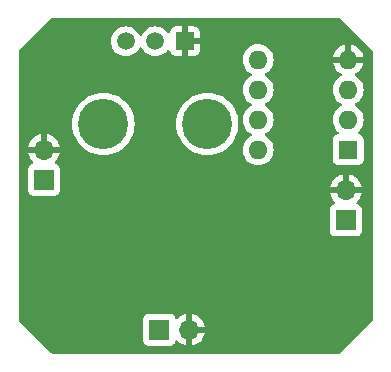
<source format=gbl>
G04 #@! TF.GenerationSoftware,KiCad,Pcbnew,8.0.5*
G04 #@! TF.CreationDate,2024-10-02T19:17:24-04:00*
G04 #@! TF.ProjectId,pcb_chip,7063625f-6368-4697-902e-6b696361645f,rev?*
G04 #@! TF.SameCoordinates,Original*
G04 #@! TF.FileFunction,Copper,L2,Bot*
G04 #@! TF.FilePolarity,Positive*
%FSLAX46Y46*%
G04 Gerber Fmt 4.6, Leading zero omitted, Abs format (unit mm)*
G04 Created by KiCad (PCBNEW 8.0.5) date 2024-10-02 19:17:24*
%MOMM*%
%LPD*%
G01*
G04 APERTURE LIST*
G04 #@! TA.AperFunction,ComponentPad*
%ADD10R,1.600000X1.600000*%
G04 #@! TD*
G04 #@! TA.AperFunction,ComponentPad*
%ADD11O,1.600000X1.600000*%
G04 #@! TD*
G04 #@! TA.AperFunction,ComponentPad*
%ADD12R,1.500000X1.500000*%
G04 #@! TD*
G04 #@! TA.AperFunction,ComponentPad*
%ADD13C,1.500000*%
G04 #@! TD*
G04 #@! TA.AperFunction,ComponentPad*
%ADD14C,4.260000*%
G04 #@! TD*
G04 #@! TA.AperFunction,ComponentPad*
%ADD15R,1.700000X1.700000*%
G04 #@! TD*
G04 #@! TA.AperFunction,ComponentPad*
%ADD16O,1.700000X1.700000*%
G04 #@! TD*
G04 #@! TA.AperFunction,ViaPad*
%ADD17C,1.600000*%
G04 #@! TD*
G04 APERTURE END LIST*
D10*
X141173200Y-90932000D03*
D11*
X141173200Y-88392000D03*
X141173200Y-85852000D03*
X141173200Y-83312000D03*
X133553200Y-83312000D03*
X133553200Y-85852000D03*
X133553200Y-88392000D03*
X133553200Y-90932000D03*
D12*
X127341000Y-81755000D03*
D13*
X124841000Y-81755000D03*
X122341000Y-81755000D03*
D14*
X129241000Y-88755000D03*
X120441000Y-88755000D03*
D15*
X115417600Y-93477000D03*
D16*
X115417600Y-90937000D03*
D15*
X140970000Y-96906000D03*
D16*
X140970000Y-94366000D03*
D15*
X125171200Y-106172000D03*
D16*
X127711200Y-106172000D03*
D17*
X115163600Y-99872800D03*
G04 #@! TA.AperFunction,Conductor*
G36*
X140477931Y-79776002D02*
G01*
X140498905Y-79792905D01*
X143219095Y-82513095D01*
X143253121Y-82575407D01*
X143256000Y-82602190D01*
X143256000Y-105357810D01*
X143235998Y-105425931D01*
X143219095Y-105446905D01*
X140498905Y-108167095D01*
X140436593Y-108201121D01*
X140409810Y-108204000D01*
X116130190Y-108204000D01*
X116062069Y-108183998D01*
X116041095Y-108167095D01*
X113320905Y-105446905D01*
X113286879Y-105384593D01*
X113284000Y-105357810D01*
X113284000Y-105273350D01*
X123812700Y-105273350D01*
X123812700Y-107070649D01*
X123819209Y-107131196D01*
X123819211Y-107131204D01*
X123870310Y-107268202D01*
X123870312Y-107268207D01*
X123957938Y-107385261D01*
X124074992Y-107472887D01*
X124074994Y-107472888D01*
X124074996Y-107472889D01*
X124128800Y-107492957D01*
X124211995Y-107523988D01*
X124212003Y-107523990D01*
X124272550Y-107530499D01*
X124272555Y-107530499D01*
X124272562Y-107530500D01*
X124272568Y-107530500D01*
X126069832Y-107530500D01*
X126069838Y-107530500D01*
X126069845Y-107530499D01*
X126069849Y-107530499D01*
X126130396Y-107523990D01*
X126130399Y-107523989D01*
X126130401Y-107523989D01*
X126267404Y-107472889D01*
X126384461Y-107385261D01*
X126472089Y-107268204D01*
X126516396Y-107149413D01*
X126558941Y-107092581D01*
X126625462Y-107067770D01*
X126694836Y-107082862D01*
X126727152Y-107108112D01*
X126788297Y-107174534D01*
X126965898Y-107312767D01*
X126965899Y-107312768D01*
X127163828Y-107419882D01*
X127163830Y-107419883D01*
X127376683Y-107492955D01*
X127376692Y-107492957D01*
X127457200Y-107506391D01*
X127457200Y-106602702D01*
X127518207Y-106637925D01*
X127645374Y-106672000D01*
X127777026Y-106672000D01*
X127904193Y-106637925D01*
X127965200Y-106602702D01*
X127965200Y-107506390D01*
X128045707Y-107492957D01*
X128045716Y-107492955D01*
X128258569Y-107419883D01*
X128258571Y-107419882D01*
X128456500Y-107312768D01*
X128456501Y-107312767D01*
X128634102Y-107174534D01*
X128786525Y-107008958D01*
X128909619Y-106820548D01*
X129000020Y-106614456D01*
X129000023Y-106614449D01*
X129047744Y-106426000D01*
X128141903Y-106426000D01*
X128177125Y-106364993D01*
X128211200Y-106237826D01*
X128211200Y-106106174D01*
X128177125Y-105979007D01*
X128141903Y-105918000D01*
X129047744Y-105918000D01*
X129047744Y-105917999D01*
X129000023Y-105729550D01*
X129000020Y-105729543D01*
X128909619Y-105523451D01*
X128786525Y-105335041D01*
X128634102Y-105169465D01*
X128456501Y-105031232D01*
X128456500Y-105031231D01*
X128258571Y-104924117D01*
X128258569Y-104924116D01*
X128045712Y-104851043D01*
X128045701Y-104851040D01*
X127965200Y-104837606D01*
X127965200Y-105741297D01*
X127904193Y-105706075D01*
X127777026Y-105672000D01*
X127645374Y-105672000D01*
X127518207Y-105706075D01*
X127457200Y-105741297D01*
X127457200Y-104837607D01*
X127457199Y-104837606D01*
X127376698Y-104851040D01*
X127376687Y-104851043D01*
X127163830Y-104924116D01*
X127163828Y-104924117D01*
X126965899Y-105031231D01*
X126965898Y-105031232D01*
X126788296Y-105169465D01*
X126727151Y-105235888D01*
X126666298Y-105272459D01*
X126595334Y-105270324D01*
X126536788Y-105230163D01*
X126516395Y-105194583D01*
X126472089Y-105075796D01*
X126472087Y-105075792D01*
X126384461Y-104958738D01*
X126267407Y-104871112D01*
X126267402Y-104871110D01*
X126130404Y-104820011D01*
X126130396Y-104820009D01*
X126069849Y-104813500D01*
X126069838Y-104813500D01*
X124272562Y-104813500D01*
X124272550Y-104813500D01*
X124212003Y-104820009D01*
X124211995Y-104820011D01*
X124074997Y-104871110D01*
X124074992Y-104871112D01*
X123957938Y-104958738D01*
X123870312Y-105075792D01*
X123870310Y-105075797D01*
X123819211Y-105212795D01*
X123819209Y-105212803D01*
X123812700Y-105273350D01*
X113284000Y-105273350D01*
X113284000Y-96007350D01*
X139611500Y-96007350D01*
X139611500Y-97804649D01*
X139618009Y-97865196D01*
X139618011Y-97865204D01*
X139669110Y-98002202D01*
X139669112Y-98002207D01*
X139756738Y-98119261D01*
X139873792Y-98206887D01*
X139873794Y-98206888D01*
X139873796Y-98206889D01*
X139932875Y-98228924D01*
X140010795Y-98257988D01*
X140010803Y-98257990D01*
X140071350Y-98264499D01*
X140071355Y-98264499D01*
X140071362Y-98264500D01*
X140071368Y-98264500D01*
X141868632Y-98264500D01*
X141868638Y-98264500D01*
X141868645Y-98264499D01*
X141868649Y-98264499D01*
X141929196Y-98257990D01*
X141929199Y-98257989D01*
X141929201Y-98257989D01*
X142066204Y-98206889D01*
X142183261Y-98119261D01*
X142270889Y-98002204D01*
X142321989Y-97865201D01*
X142328500Y-97804638D01*
X142328500Y-96007362D01*
X142328499Y-96007350D01*
X142321990Y-95946803D01*
X142321988Y-95946795D01*
X142270889Y-95809797D01*
X142270887Y-95809792D01*
X142183261Y-95692738D01*
X142066207Y-95605112D01*
X142066204Y-95605111D01*
X141950686Y-95562024D01*
X141893851Y-95519477D01*
X141869041Y-95452957D01*
X141884133Y-95383583D01*
X141902019Y-95358632D01*
X142045323Y-95202961D01*
X142168419Y-95014548D01*
X142258820Y-94808456D01*
X142258823Y-94808449D01*
X142306544Y-94620000D01*
X141400703Y-94620000D01*
X141435925Y-94558993D01*
X141470000Y-94431826D01*
X141470000Y-94300174D01*
X141435925Y-94173007D01*
X141400703Y-94112000D01*
X142306544Y-94112000D01*
X142306544Y-94111999D01*
X142258823Y-93923550D01*
X142258820Y-93923543D01*
X142168419Y-93717451D01*
X142045325Y-93529041D01*
X141892902Y-93363465D01*
X141715301Y-93225232D01*
X141715300Y-93225231D01*
X141517371Y-93118117D01*
X141517369Y-93118116D01*
X141304512Y-93045043D01*
X141304501Y-93045040D01*
X141224000Y-93031606D01*
X141224000Y-93935297D01*
X141162993Y-93900075D01*
X141035826Y-93866000D01*
X140904174Y-93866000D01*
X140777007Y-93900075D01*
X140716000Y-93935297D01*
X140716000Y-93031607D01*
X140715999Y-93031606D01*
X140635498Y-93045040D01*
X140635487Y-93045043D01*
X140422630Y-93118116D01*
X140422628Y-93118117D01*
X140224699Y-93225231D01*
X140224698Y-93225232D01*
X140047097Y-93363465D01*
X139894674Y-93529041D01*
X139771580Y-93717451D01*
X139681179Y-93923543D01*
X139681176Y-93923550D01*
X139633455Y-94111999D01*
X139633456Y-94112000D01*
X140539297Y-94112000D01*
X140504075Y-94173007D01*
X140470000Y-94300174D01*
X140470000Y-94431826D01*
X140504075Y-94558993D01*
X140539297Y-94620000D01*
X139633455Y-94620000D01*
X139681176Y-94808449D01*
X139681179Y-94808456D01*
X139771580Y-95014548D01*
X139894674Y-95202958D01*
X140037981Y-95358632D01*
X140069401Y-95422297D01*
X140061414Y-95492843D01*
X140016555Y-95547872D01*
X139989313Y-95562024D01*
X139873795Y-95605111D01*
X139873792Y-95605112D01*
X139756738Y-95692738D01*
X139669112Y-95809792D01*
X139669110Y-95809797D01*
X139618011Y-95946795D01*
X139618009Y-95946803D01*
X139611500Y-96007350D01*
X113284000Y-96007350D01*
X113284000Y-92578350D01*
X114059100Y-92578350D01*
X114059100Y-94375649D01*
X114065609Y-94436196D01*
X114065611Y-94436204D01*
X114116710Y-94573202D01*
X114116712Y-94573207D01*
X114204338Y-94690261D01*
X114321392Y-94777887D01*
X114321394Y-94777888D01*
X114321396Y-94777889D01*
X114380475Y-94799924D01*
X114458395Y-94828988D01*
X114458403Y-94828990D01*
X114518950Y-94835499D01*
X114518955Y-94835499D01*
X114518962Y-94835500D01*
X114518968Y-94835500D01*
X116316232Y-94835500D01*
X116316238Y-94835500D01*
X116316245Y-94835499D01*
X116316249Y-94835499D01*
X116376796Y-94828990D01*
X116376799Y-94828989D01*
X116376801Y-94828989D01*
X116513804Y-94777889D01*
X116630861Y-94690261D01*
X116718489Y-94573204D01*
X116769589Y-94436201D01*
X116770060Y-94431826D01*
X116776099Y-94375649D01*
X116776100Y-94375632D01*
X116776100Y-92578367D01*
X116776099Y-92578350D01*
X116769590Y-92517803D01*
X116769588Y-92517795D01*
X116718489Y-92380797D01*
X116718487Y-92380792D01*
X116630861Y-92263738D01*
X116513807Y-92176112D01*
X116513804Y-92176111D01*
X116398286Y-92133024D01*
X116341451Y-92090477D01*
X116316641Y-92023957D01*
X116331733Y-91954583D01*
X116349619Y-91929632D01*
X116492923Y-91773961D01*
X116616019Y-91585548D01*
X116706420Y-91379456D01*
X116706423Y-91379449D01*
X116754144Y-91191000D01*
X115848303Y-91191000D01*
X115883525Y-91129993D01*
X115917600Y-91002826D01*
X115917600Y-90871174D01*
X115883525Y-90744007D01*
X115848303Y-90683000D01*
X116754144Y-90683000D01*
X116754144Y-90682999D01*
X116706423Y-90494550D01*
X116706420Y-90494543D01*
X116616019Y-90288451D01*
X116492925Y-90100041D01*
X116340502Y-89934465D01*
X116162901Y-89796232D01*
X116162900Y-89796231D01*
X115964971Y-89689117D01*
X115964969Y-89689116D01*
X115752112Y-89616043D01*
X115752101Y-89616040D01*
X115671600Y-89602606D01*
X115671600Y-90506297D01*
X115610593Y-90471075D01*
X115483426Y-90437000D01*
X115351774Y-90437000D01*
X115224607Y-90471075D01*
X115163600Y-90506297D01*
X115163600Y-89602607D01*
X115163599Y-89602606D01*
X115083098Y-89616040D01*
X115083087Y-89616043D01*
X114870230Y-89689116D01*
X114870228Y-89689117D01*
X114672299Y-89796231D01*
X114672298Y-89796232D01*
X114494697Y-89934465D01*
X114342274Y-90100041D01*
X114219180Y-90288451D01*
X114128779Y-90494543D01*
X114128776Y-90494550D01*
X114081055Y-90682999D01*
X114081056Y-90683000D01*
X114986897Y-90683000D01*
X114951675Y-90744007D01*
X114917600Y-90871174D01*
X114917600Y-91002826D01*
X114951675Y-91129993D01*
X114986897Y-91191000D01*
X114081055Y-91191000D01*
X114128776Y-91379449D01*
X114128779Y-91379456D01*
X114219180Y-91585548D01*
X114342274Y-91773958D01*
X114485581Y-91929632D01*
X114517001Y-91993297D01*
X114509014Y-92063843D01*
X114464155Y-92118872D01*
X114436913Y-92133024D01*
X114321395Y-92176111D01*
X114321392Y-92176112D01*
X114204338Y-92263738D01*
X114116712Y-92380792D01*
X114116710Y-92380797D01*
X114065611Y-92517795D01*
X114065609Y-92517803D01*
X114059100Y-92578350D01*
X113284000Y-92578350D01*
X113284000Y-88754998D01*
X117797677Y-88754998D01*
X117797677Y-88755001D01*
X117816949Y-89073614D01*
X117816950Y-89073617D01*
X117874486Y-89387586D01*
X117877794Y-89398201D01*
X117965952Y-89681111D01*
X117969452Y-89692341D01*
X118100448Y-89983402D01*
X118100451Y-89983408D01*
X118265587Y-90256578D01*
X118462438Y-90507841D01*
X118462450Y-90507854D01*
X118688145Y-90733549D01*
X118688158Y-90733561D01*
X118863809Y-90871174D01*
X118939421Y-90930412D01*
X119212587Y-91095546D01*
X119212589Y-91095547D01*
X119212591Y-91095548D01*
X119212597Y-91095551D01*
X119424676Y-91191000D01*
X119503665Y-91226550D01*
X119808411Y-91321513D01*
X120122383Y-91379050D01*
X120334794Y-91391898D01*
X120440999Y-91398323D01*
X120441000Y-91398323D01*
X120441001Y-91398323D01*
X120520654Y-91393504D01*
X120759617Y-91379050D01*
X121073589Y-91321513D01*
X121378335Y-91226550D01*
X121669413Y-91095546D01*
X121942579Y-90930412D01*
X122124385Y-90787975D01*
X122193841Y-90733561D01*
X122193843Y-90733559D01*
X122193847Y-90733556D01*
X122419556Y-90507847D01*
X122616412Y-90256579D01*
X122781546Y-89983413D01*
X122912550Y-89692335D01*
X123007513Y-89387589D01*
X123065050Y-89073617D01*
X123084323Y-88755000D01*
X123084323Y-88754998D01*
X126597677Y-88754998D01*
X126597677Y-88755001D01*
X126616949Y-89073614D01*
X126616950Y-89073617D01*
X126674486Y-89387586D01*
X126677794Y-89398201D01*
X126765952Y-89681111D01*
X126769452Y-89692341D01*
X126900448Y-89983402D01*
X126900451Y-89983408D01*
X127065587Y-90256578D01*
X127262438Y-90507841D01*
X127262450Y-90507854D01*
X127488145Y-90733549D01*
X127488158Y-90733561D01*
X127663809Y-90871174D01*
X127739421Y-90930412D01*
X128012587Y-91095546D01*
X128012589Y-91095547D01*
X128012591Y-91095548D01*
X128012597Y-91095551D01*
X128224676Y-91191000D01*
X128303665Y-91226550D01*
X128608411Y-91321513D01*
X128922383Y-91379050D01*
X129134794Y-91391898D01*
X129240999Y-91398323D01*
X129241000Y-91398323D01*
X129241001Y-91398323D01*
X129320654Y-91393504D01*
X129559617Y-91379050D01*
X129873589Y-91321513D01*
X130178335Y-91226550D01*
X130469413Y-91095546D01*
X130742579Y-90930412D01*
X130924385Y-90787975D01*
X130993841Y-90733561D01*
X130993843Y-90733559D01*
X130993847Y-90733556D01*
X131219556Y-90507847D01*
X131416412Y-90256579D01*
X131581546Y-89983413D01*
X131712550Y-89692335D01*
X131807513Y-89387589D01*
X131865050Y-89073617D01*
X131884323Y-88755000D01*
X131865050Y-88436383D01*
X131807513Y-88122411D01*
X131712550Y-87817665D01*
X131712547Y-87817658D01*
X131581551Y-87526597D01*
X131581548Y-87526591D01*
X131416412Y-87253421D01*
X131219561Y-87002158D01*
X131219549Y-87002145D01*
X130993854Y-86776450D01*
X130993841Y-86776438D01*
X130742578Y-86579587D01*
X130469408Y-86414451D01*
X130469402Y-86414448D01*
X130178341Y-86283452D01*
X129873586Y-86188486D01*
X129559617Y-86130950D01*
X129559614Y-86130949D01*
X129241001Y-86111677D01*
X129240999Y-86111677D01*
X128922385Y-86130949D01*
X128922382Y-86130950D01*
X128608413Y-86188486D01*
X128303658Y-86283452D01*
X128012597Y-86414448D01*
X128012591Y-86414451D01*
X127739421Y-86579587D01*
X127488158Y-86776438D01*
X127488145Y-86776450D01*
X127262450Y-87002145D01*
X127262438Y-87002158D01*
X127065587Y-87253421D01*
X126900451Y-87526591D01*
X126900448Y-87526597D01*
X126769452Y-87817658D01*
X126674486Y-88122413D01*
X126616950Y-88436382D01*
X126616949Y-88436385D01*
X126597677Y-88754998D01*
X123084323Y-88754998D01*
X123065050Y-88436383D01*
X123007513Y-88122411D01*
X122912550Y-87817665D01*
X122912547Y-87817658D01*
X122781551Y-87526597D01*
X122781548Y-87526591D01*
X122616412Y-87253421D01*
X122419561Y-87002158D01*
X122419549Y-87002145D01*
X122193854Y-86776450D01*
X122193841Y-86776438D01*
X121942578Y-86579587D01*
X121669408Y-86414451D01*
X121669402Y-86414448D01*
X121378341Y-86283452D01*
X121073586Y-86188486D01*
X120759617Y-86130950D01*
X120759614Y-86130949D01*
X120441001Y-86111677D01*
X120440999Y-86111677D01*
X120122385Y-86130949D01*
X120122382Y-86130950D01*
X119808413Y-86188486D01*
X119503658Y-86283452D01*
X119212597Y-86414448D01*
X119212591Y-86414451D01*
X118939421Y-86579587D01*
X118688158Y-86776438D01*
X118688145Y-86776450D01*
X118462450Y-87002145D01*
X118462438Y-87002158D01*
X118265587Y-87253421D01*
X118100451Y-87526591D01*
X118100448Y-87526597D01*
X117969452Y-87817658D01*
X117874486Y-88122413D01*
X117816950Y-88436382D01*
X117816949Y-88436385D01*
X117797677Y-88754998D01*
X113284000Y-88754998D01*
X113284000Y-83312000D01*
X132239702Y-83312000D01*
X132259657Y-83540087D01*
X132318916Y-83761243D01*
X132415677Y-83968749D01*
X132547002Y-84156300D01*
X132708900Y-84318198D01*
X132896451Y-84449523D01*
X132931559Y-84465894D01*
X132935657Y-84467805D01*
X132988942Y-84514722D01*
X133008403Y-84582999D01*
X132987861Y-84650959D01*
X132935657Y-84696195D01*
X132896450Y-84714477D01*
X132708903Y-84845799D01*
X132708897Y-84845804D01*
X132547004Y-85007697D01*
X132546999Y-85007703D01*
X132415677Y-85195250D01*
X132318917Y-85402753D01*
X132318916Y-85402757D01*
X132259657Y-85623913D01*
X132239702Y-85852000D01*
X132259657Y-86080087D01*
X132318916Y-86301243D01*
X132415677Y-86508749D01*
X132547002Y-86696300D01*
X132708900Y-86858198D01*
X132896451Y-86989523D01*
X132923547Y-87002158D01*
X132935657Y-87007805D01*
X132988942Y-87054722D01*
X133008403Y-87122999D01*
X132987861Y-87190959D01*
X132935657Y-87236195D01*
X132896450Y-87254477D01*
X132708903Y-87385799D01*
X132708897Y-87385804D01*
X132547004Y-87547697D01*
X132546999Y-87547703D01*
X132415677Y-87735250D01*
X132318917Y-87942753D01*
X132318915Y-87942759D01*
X132270777Y-88122413D01*
X132259657Y-88163913D01*
X132239702Y-88392000D01*
X132259657Y-88620087D01*
X132318916Y-88841243D01*
X132415677Y-89048749D01*
X132547002Y-89236300D01*
X132708900Y-89398198D01*
X132896451Y-89529523D01*
X132926455Y-89543514D01*
X132935657Y-89547805D01*
X132988942Y-89594722D01*
X133008403Y-89662999D01*
X132987861Y-89730959D01*
X132935657Y-89776195D01*
X132896450Y-89794477D01*
X132708903Y-89925799D01*
X132708897Y-89925804D01*
X132547004Y-90087697D01*
X132546999Y-90087703D01*
X132415677Y-90275250D01*
X132318917Y-90482753D01*
X132318915Y-90482759D01*
X132312193Y-90507847D01*
X132259657Y-90703913D01*
X132239702Y-90932000D01*
X132259657Y-91160087D01*
X132293870Y-91287771D01*
X132318915Y-91381240D01*
X132318917Y-91381246D01*
X132414184Y-91585548D01*
X132415677Y-91588749D01*
X132547002Y-91776300D01*
X132708900Y-91938198D01*
X132896451Y-92069523D01*
X133103957Y-92166284D01*
X133325113Y-92225543D01*
X133553200Y-92245498D01*
X133781287Y-92225543D01*
X134002443Y-92166284D01*
X134209949Y-92069523D01*
X134397500Y-91938198D01*
X134559398Y-91776300D01*
X134690723Y-91588749D01*
X134787484Y-91381243D01*
X134846743Y-91160087D01*
X134866698Y-90932000D01*
X134846743Y-90703913D01*
X134787484Y-90482757D01*
X134690723Y-90275251D01*
X134559398Y-90087700D01*
X134397500Y-89925802D01*
X134209949Y-89794477D01*
X134170743Y-89776195D01*
X134117458Y-89729279D01*
X134097996Y-89661002D01*
X134118537Y-89593042D01*
X134170743Y-89547805D01*
X134179945Y-89543514D01*
X134209949Y-89529523D01*
X134397500Y-89398198D01*
X134559398Y-89236300D01*
X134690723Y-89048749D01*
X134787484Y-88841243D01*
X134846743Y-88620087D01*
X134866698Y-88392000D01*
X134846743Y-88163913D01*
X134787484Y-87942757D01*
X134690723Y-87735251D01*
X134559398Y-87547700D01*
X134397500Y-87385802D01*
X134209949Y-87254477D01*
X134207684Y-87253421D01*
X134170743Y-87236195D01*
X134117458Y-87189279D01*
X134097996Y-87121002D01*
X134118537Y-87053042D01*
X134170743Y-87007805D01*
X134173197Y-87006660D01*
X134209949Y-86989523D01*
X134397500Y-86858198D01*
X134559398Y-86696300D01*
X134690723Y-86508749D01*
X134787484Y-86301243D01*
X134846743Y-86080087D01*
X134866698Y-85852000D01*
X139859702Y-85852000D01*
X139879657Y-86080087D01*
X139938916Y-86301243D01*
X140035677Y-86508749D01*
X140167002Y-86696300D01*
X140328900Y-86858198D01*
X140516451Y-86989523D01*
X140543547Y-87002158D01*
X140555657Y-87007805D01*
X140608942Y-87054722D01*
X140628403Y-87122999D01*
X140607861Y-87190959D01*
X140555657Y-87236195D01*
X140516450Y-87254477D01*
X140328903Y-87385799D01*
X140328897Y-87385804D01*
X140167004Y-87547697D01*
X140166999Y-87547703D01*
X140035677Y-87735250D01*
X139938917Y-87942753D01*
X139938915Y-87942759D01*
X139879657Y-88163913D01*
X139859702Y-88392000D01*
X139879657Y-88620086D01*
X139938915Y-88841240D01*
X139938917Y-88841246D01*
X140035677Y-89048749D01*
X140166999Y-89236296D01*
X140167004Y-89236302D01*
X140328897Y-89398195D01*
X140328906Y-89398203D01*
X140332201Y-89400510D01*
X140376529Y-89455968D01*
X140383837Y-89526587D01*
X140351805Y-89589947D01*
X140290603Y-89625931D01*
X140273397Y-89629000D01*
X140264003Y-89630009D01*
X140263995Y-89630011D01*
X140126997Y-89681110D01*
X140126992Y-89681112D01*
X140009938Y-89768738D01*
X139922312Y-89885792D01*
X139922310Y-89885797D01*
X139871211Y-90022795D01*
X139871209Y-90022803D01*
X139864700Y-90083350D01*
X139864700Y-91780649D01*
X139871209Y-91841196D01*
X139871211Y-91841204D01*
X139922310Y-91978202D01*
X139922312Y-91978207D01*
X140009938Y-92095261D01*
X140126992Y-92182887D01*
X140126994Y-92182888D01*
X140126996Y-92182889D01*
X140186075Y-92204924D01*
X140263995Y-92233988D01*
X140264003Y-92233990D01*
X140324550Y-92240499D01*
X140324555Y-92240499D01*
X140324562Y-92240500D01*
X140324568Y-92240500D01*
X142021832Y-92240500D01*
X142021838Y-92240500D01*
X142021845Y-92240499D01*
X142021849Y-92240499D01*
X142082396Y-92233990D01*
X142082399Y-92233989D01*
X142082401Y-92233989D01*
X142219404Y-92182889D01*
X142228459Y-92176111D01*
X142336461Y-92095261D01*
X142424087Y-91978207D01*
X142424087Y-91978206D01*
X142424089Y-91978204D01*
X142475189Y-91841201D01*
X142481700Y-91780638D01*
X142481700Y-90083362D01*
X142481699Y-90083350D01*
X142475190Y-90022803D01*
X142475188Y-90022795D01*
X142439011Y-89925804D01*
X142424089Y-89885796D01*
X142424088Y-89885794D01*
X142424087Y-89885792D01*
X142336461Y-89768738D01*
X142219407Y-89681112D01*
X142219402Y-89681110D01*
X142082404Y-89630011D01*
X142082396Y-89630009D01*
X142073002Y-89629000D01*
X142007410Y-89601832D01*
X141966918Y-89543514D01*
X141964384Y-89472563D01*
X142000610Y-89411504D01*
X142014204Y-89400506D01*
X142014478Y-89400313D01*
X142017500Y-89398198D01*
X142179398Y-89236300D01*
X142310723Y-89048749D01*
X142407484Y-88841243D01*
X142466743Y-88620087D01*
X142486698Y-88392000D01*
X142466743Y-88163913D01*
X142407484Y-87942757D01*
X142310723Y-87735251D01*
X142179398Y-87547700D01*
X142017500Y-87385802D01*
X141829949Y-87254477D01*
X141827684Y-87253421D01*
X141790743Y-87236195D01*
X141737458Y-87189279D01*
X141717996Y-87121002D01*
X141738537Y-87053042D01*
X141790743Y-87007805D01*
X141793197Y-87006660D01*
X141829949Y-86989523D01*
X142017500Y-86858198D01*
X142179398Y-86696300D01*
X142310723Y-86508749D01*
X142407484Y-86301243D01*
X142466743Y-86080087D01*
X142486698Y-85852000D01*
X142466743Y-85623913D01*
X142407484Y-85402757D01*
X142310723Y-85195251D01*
X142179398Y-85007700D01*
X142017500Y-84845802D01*
X141829949Y-84714477D01*
X141790151Y-84695919D01*
X141736866Y-84649002D01*
X141717405Y-84580725D01*
X141737947Y-84512765D01*
X141790151Y-84467529D01*
X141829698Y-84449087D01*
X142017174Y-84317815D01*
X142017180Y-84317810D01*
X142179010Y-84155980D01*
X142179015Y-84155974D01*
X142310287Y-83968498D01*
X142407011Y-83761073D01*
X142407013Y-83761068D01*
X142459282Y-83566000D01*
X141484886Y-83566000D01*
X141493280Y-83557606D01*
X141545941Y-83466394D01*
X141573200Y-83364661D01*
X141573200Y-83259339D01*
X141545941Y-83157606D01*
X141493280Y-83066394D01*
X141484886Y-83058000D01*
X142459282Y-83058000D01*
X142407013Y-82862931D01*
X142407011Y-82862926D01*
X142310287Y-82655501D01*
X142179015Y-82468025D01*
X142179010Y-82468019D01*
X142017180Y-82306189D01*
X142017174Y-82306184D01*
X141829698Y-82174912D01*
X141622273Y-82078188D01*
X141622271Y-82078187D01*
X141427200Y-82025917D01*
X141427200Y-83000314D01*
X141418806Y-82991920D01*
X141327594Y-82939259D01*
X141225861Y-82912000D01*
X141120539Y-82912000D01*
X141018806Y-82939259D01*
X140927594Y-82991920D01*
X140919200Y-83000314D01*
X140919200Y-82025917D01*
X140919199Y-82025917D01*
X140724128Y-82078187D01*
X140724126Y-82078188D01*
X140516701Y-82174912D01*
X140329225Y-82306184D01*
X140329219Y-82306189D01*
X140167389Y-82468019D01*
X140167384Y-82468025D01*
X140036112Y-82655501D01*
X139939388Y-82862926D01*
X139939386Y-82862931D01*
X139887117Y-83058000D01*
X140861514Y-83058000D01*
X140853120Y-83066394D01*
X140800459Y-83157606D01*
X140773200Y-83259339D01*
X140773200Y-83364661D01*
X140800459Y-83466394D01*
X140853120Y-83557606D01*
X140861514Y-83566000D01*
X139887118Y-83566000D01*
X139939386Y-83761068D01*
X139939388Y-83761073D01*
X140036112Y-83968498D01*
X140167384Y-84155974D01*
X140167389Y-84155980D01*
X140329219Y-84317810D01*
X140329225Y-84317815D01*
X140516703Y-84449089D01*
X140556249Y-84467530D01*
X140609534Y-84514447D01*
X140628994Y-84582724D01*
X140608452Y-84650684D01*
X140556249Y-84695918D01*
X140516452Y-84714475D01*
X140328903Y-84845799D01*
X140328897Y-84845804D01*
X140167004Y-85007697D01*
X140166999Y-85007703D01*
X140035677Y-85195250D01*
X139938917Y-85402753D01*
X139938916Y-85402757D01*
X139879657Y-85623913D01*
X139859702Y-85852000D01*
X134866698Y-85852000D01*
X134846743Y-85623913D01*
X134787484Y-85402757D01*
X134690723Y-85195251D01*
X134559398Y-85007700D01*
X134397500Y-84845802D01*
X134209949Y-84714477D01*
X134170743Y-84696195D01*
X134117458Y-84649279D01*
X134097996Y-84581002D01*
X134118537Y-84513042D01*
X134170743Y-84467805D01*
X134173197Y-84466660D01*
X134209949Y-84449523D01*
X134397500Y-84318198D01*
X134559398Y-84156300D01*
X134690723Y-83968749D01*
X134787484Y-83761243D01*
X134846743Y-83540087D01*
X134866698Y-83312000D01*
X134846743Y-83083913D01*
X134787484Y-82862757D01*
X134690723Y-82655251D01*
X134559398Y-82467700D01*
X134397500Y-82305802D01*
X134324947Y-82255000D01*
X134209949Y-82174477D01*
X134002446Y-82077717D01*
X134002440Y-82077715D01*
X133908971Y-82052670D01*
X133781287Y-82018457D01*
X133553200Y-81998502D01*
X133325113Y-82018457D01*
X133103959Y-82077715D01*
X133103953Y-82077717D01*
X132896450Y-82174477D01*
X132708903Y-82305799D01*
X132708897Y-82305804D01*
X132547004Y-82467697D01*
X132546999Y-82467703D01*
X132415677Y-82655250D01*
X132318917Y-82862753D01*
X132318915Y-82862759D01*
X132278658Y-83012999D01*
X132259657Y-83083913D01*
X132239702Y-83312000D01*
X113284000Y-83312000D01*
X113284000Y-82602190D01*
X113304002Y-82534069D01*
X113320905Y-82513095D01*
X114079000Y-81755000D01*
X121077693Y-81755000D01*
X121096885Y-81974370D01*
X121153879Y-82187073D01*
X121153881Y-82187079D01*
X121209423Y-82306189D01*
X121246944Y-82386654D01*
X121368020Y-82559567D01*
X121373251Y-82567038D01*
X121373254Y-82567042D01*
X121528957Y-82722745D01*
X121528961Y-82722748D01*
X121528962Y-82722749D01*
X121709346Y-82849056D01*
X121908924Y-82942120D01*
X122121629Y-82999115D01*
X122341000Y-83018307D01*
X122560371Y-82999115D01*
X122773076Y-82942120D01*
X122972654Y-82849056D01*
X123153038Y-82722749D01*
X123308749Y-82567038D01*
X123435056Y-82386654D01*
X123472577Y-82306189D01*
X123476805Y-82297123D01*
X123523722Y-82243837D01*
X123591999Y-82224376D01*
X123659959Y-82244918D01*
X123705195Y-82297123D01*
X123746940Y-82386648D01*
X123746943Y-82386653D01*
X123746944Y-82386654D01*
X123850166Y-82534069D01*
X123873251Y-82567038D01*
X123873254Y-82567042D01*
X124028957Y-82722745D01*
X124028961Y-82722748D01*
X124028962Y-82722749D01*
X124209346Y-82849056D01*
X124408924Y-82942120D01*
X124621629Y-82999115D01*
X124841000Y-83018307D01*
X125060371Y-82999115D01*
X125273076Y-82942120D01*
X125472654Y-82849056D01*
X125653038Y-82722749D01*
X125808749Y-82567038D01*
X125855153Y-82500766D01*
X125910607Y-82456440D01*
X125981226Y-82449131D01*
X126044587Y-82481161D01*
X126080572Y-82542362D01*
X126083642Y-82559567D01*
X126089505Y-82614094D01*
X126140555Y-82750964D01*
X126140555Y-82750965D01*
X126228095Y-82867904D01*
X126345034Y-82955444D01*
X126481906Y-83006494D01*
X126542402Y-83012999D01*
X126542415Y-83013000D01*
X127087000Y-83013000D01*
X127087000Y-82185702D01*
X127148007Y-82220925D01*
X127275174Y-82255000D01*
X127406826Y-82255000D01*
X127533993Y-82220925D01*
X127595000Y-82185702D01*
X127595000Y-83013000D01*
X128139585Y-83013000D01*
X128139597Y-83012999D01*
X128200093Y-83006494D01*
X128336964Y-82955444D01*
X128336965Y-82955444D01*
X128453904Y-82867904D01*
X128541444Y-82750965D01*
X128541444Y-82750964D01*
X128592494Y-82614093D01*
X128598999Y-82553597D01*
X128599000Y-82553585D01*
X128599000Y-82009000D01*
X127771703Y-82009000D01*
X127806925Y-81947993D01*
X127841000Y-81820826D01*
X127841000Y-81689174D01*
X127806925Y-81562007D01*
X127771703Y-81501000D01*
X128599000Y-81501000D01*
X128599000Y-80956414D01*
X128598999Y-80956402D01*
X128592494Y-80895906D01*
X128541444Y-80759035D01*
X128541444Y-80759034D01*
X128453904Y-80642095D01*
X128336965Y-80554555D01*
X128200093Y-80503505D01*
X128139597Y-80497000D01*
X127595000Y-80497000D01*
X127595000Y-81324297D01*
X127533993Y-81289075D01*
X127406826Y-81255000D01*
X127275174Y-81255000D01*
X127148007Y-81289075D01*
X127087000Y-81324297D01*
X127087000Y-80497000D01*
X126542402Y-80497000D01*
X126481906Y-80503505D01*
X126345035Y-80554555D01*
X126345034Y-80554555D01*
X126228095Y-80642095D01*
X126140555Y-80759034D01*
X126140555Y-80759035D01*
X126089505Y-80895905D01*
X126083642Y-80950432D01*
X126056471Y-81016024D01*
X125998152Y-81056513D01*
X125927200Y-81059045D01*
X125866143Y-81022816D01*
X125855151Y-81009230D01*
X125808755Y-80942970D01*
X125808751Y-80942965D01*
X125808749Y-80942962D01*
X125653038Y-80787251D01*
X125472654Y-80660944D01*
X125432232Y-80642095D01*
X125273079Y-80567881D01*
X125273073Y-80567879D01*
X125183178Y-80543791D01*
X125060371Y-80510885D01*
X124841000Y-80491693D01*
X124621629Y-80510885D01*
X124408926Y-80567879D01*
X124408920Y-80567881D01*
X124209346Y-80660944D01*
X124028965Y-80787248D01*
X124028959Y-80787253D01*
X123873253Y-80942959D01*
X123873248Y-80942965D01*
X123746944Y-81123346D01*
X123705195Y-81212878D01*
X123658278Y-81266163D01*
X123590000Y-81285624D01*
X123522040Y-81265082D01*
X123476805Y-81212878D01*
X123468314Y-81194671D01*
X123435056Y-81123347D01*
X123308749Y-80942962D01*
X123153038Y-80787251D01*
X122972654Y-80660944D01*
X122932232Y-80642095D01*
X122773079Y-80567881D01*
X122773073Y-80567879D01*
X122683178Y-80543791D01*
X122560371Y-80510885D01*
X122341000Y-80491693D01*
X122121629Y-80510885D01*
X121908926Y-80567879D01*
X121908920Y-80567881D01*
X121709346Y-80660944D01*
X121528965Y-80787248D01*
X121528959Y-80787253D01*
X121373253Y-80942959D01*
X121373248Y-80942965D01*
X121246944Y-81123346D01*
X121153881Y-81322920D01*
X121153879Y-81322926D01*
X121096885Y-81535629D01*
X121077693Y-81755000D01*
X114079000Y-81755000D01*
X116041095Y-79792905D01*
X116103407Y-79758879D01*
X116130190Y-79756000D01*
X140409810Y-79756000D01*
X140477931Y-79776002D01*
G37*
G04 #@! TD.AperFunction*
M02*

</source>
